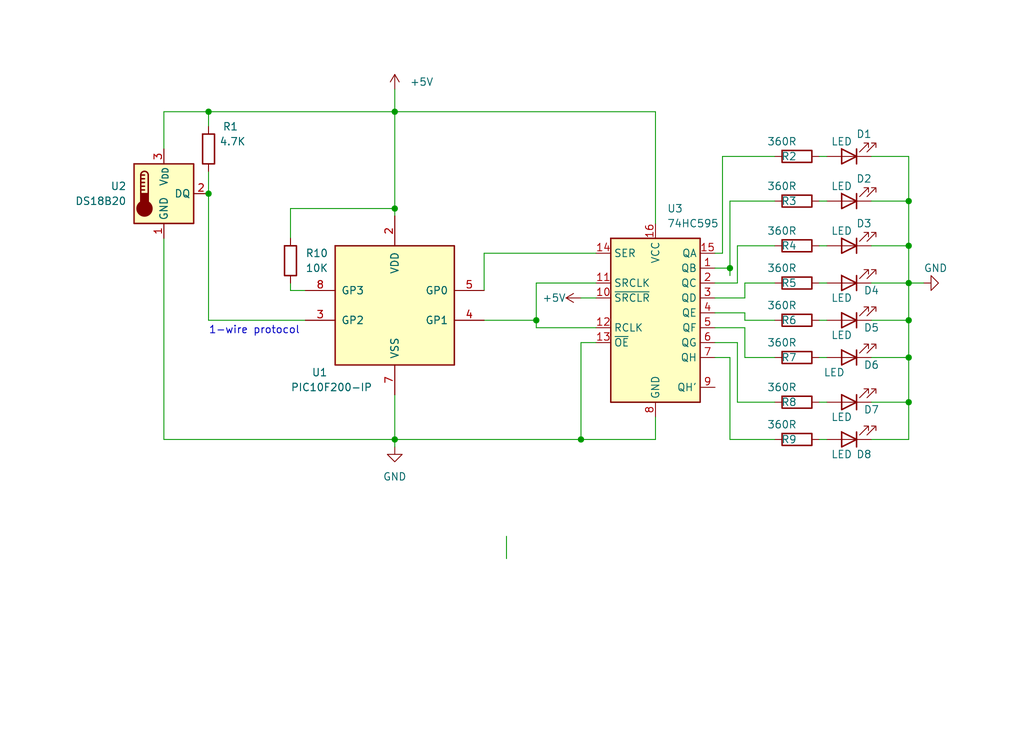
<source format=kicad_sch>
(kicad_sch (version 20230121) (generator eeschema)
  (paper "User" 174.6 127)
  (title_block (title "PIC10F200, DS18B20 and 74HC595 (8 LEDs)") (company "Ricardo Lima Caratti"))
  (lib_symbols
    (symbol "74xx:74HC595"
      (property "Reference" "U" (at -7.62 13.97 0))
      (property "Value" "74HC595" (at -7.62 -16.51 0))
      (symbol "74HC595_1_0"
        (pin tri_state line (at 10.16 7.62 180) (length 2.54) (name "QB") (number "1"))
        (pin input line (at -10.16 2.54 0) (length 2.54) (name "~{SRCLR}") (number "10"))
        (pin input line (at -10.16 5.08 0) (length 2.54) (name "SRCLK") (number "11"))
        (pin input line (at -10.16 -2.54 0) (length 2.54) (name "RCLK") (number "12"))
        (pin input line (at -10.16 -5.08 0) (length 2.54) (name "~{OE}") (number "13"))
        (pin input line (at -10.16 10.16 0) (length 2.54) (name "SER") (number "14"))
        (pin tri_state line (at 10.16 10.16 180) (length 2.54) (name "QA") (number "15"))
        (pin power_in line (at 0 15.24 270) (length 2.54) (name "VCC") (number "16"))
        (pin tri_state line (at 10.16 5.08 180) (length 2.54) (name "QC") (number "2"))
        (pin tri_state line (at 10.16 2.54 180) (length 2.54) (name "QD") (number "3"))
        (pin tri_state line (at 10.16 0 180) (length 2.54) (name "QE") (number "4"))
        (pin tri_state line (at 10.16 -2.54 180) (length 2.54) (name "QF") (number "5"))
        (pin tri_state line (at 10.16 -5.08 180) (length 2.54) (name "QG") (number "6"))
        (pin tri_state line (at 10.16 -7.62 180) (length 2.54) (name "QH") (number "7"))
        (pin power_in line (at 0 -17.78 90) (length 2.54) (name "GND") (number "8"))
        (pin output line (at 10.16 -12.7 180) (length 2.54) (name "QH'") (number "9"))
      )
      (symbol "74HC595_1_1"
        (rectangle (start -7.62 12.7) (end 7.62 -15.24) (stroke (width 0.254)) (fill (type background)))
      )
    )
    (symbol "Device:LED" (pin_numbers hide) (pin_names (offset 1.016) hide)
      (property "Reference" "D" (at 0 2.54 0))
      (property "Value" "LED" (at 0 -2.54 0))
      (symbol "LED_0_1"
        (polyline (pts (xy -1.27 -1.27) (xy -1.27 1.27)) (stroke (width 0.254)))
        (polyline (pts (xy -1.27 0) (xy 1.27 0)))
        (polyline (pts (xy 1.27 -1.27) (xy 1.27 1.27) (xy -1.27 0) (xy 1.27 -1.27)) (stroke (width 0.254)))
        (polyline (pts (xy -3.048 -0.762) (xy -4.572 -2.286) (xy -3.81 -2.286) (xy -4.572 -2.286) (xy -4.572 -1.524)))
        (polyline (pts (xy -1.778 -0.762) (xy -3.302 -2.286) (xy -2.54 -2.286) (xy -3.302 -2.286) (xy -3.302 -1.524)))
      )
      (symbol "LED_1_1"
        (pin passive line (at -3.81 0 0) (length 2.54) (name "K") (number "1"))
        (pin passive line (at 3.81 0 180) (length 2.54) (name "A") (number "2"))
      )
    )
    (symbol "Device:R" (pin_numbers hide) (pin_names (offset 0))
      (property "Reference" "R" (at 2.032 0 90))
      (property "Value" "R" (at 0 0 90))
      (symbol "R_0_1"
        (rectangle (start -1.016 -2.54) (end 1.016 2.54) (stroke (width 0.254)))
      )
      (symbol "R_1_1"
        (pin passive line (at 0 3.81 270) (length 1.27) (name "~") (number "1"))
        (pin passive line (at 0 -3.81 90) (length 1.27) (name "~") (number "2"))
      )
    )
    (symbol "MCU_Microchip_PIC10:PIC10F200-IP" (pin_names (offset 1.016))
      (property "Reference" "U" (at 1.27 13.97 0))
      (property "Value" "PIC10F200-IP" (at 1.27 11.43 0))
      (symbol "PIC10F200-IP_0_1"
        (rectangle (start -10.16 10.16) (end 10.16 -10.16) (stroke (width 0.254)) (fill (type background)))
      )
      (symbol "PIC10F200-IP_1_1"
        (pin power_in line (at 0 15.24 270) (length 5.08) (name "VDD") (number "2"))
        (pin bidirectional line (at 15.24 -2.54 180) (length 5.08) (name "GP2") (number "3"))
        (pin bidirectional line (at -15.24 -2.54 0) (length 5.08) (name "GP1") (number "4"))
        (pin bidirectional line (at -15.24 2.54 0) (length 5.08) (name "GP0") (number "5"))
        (pin power_in line (at 0 -15.24 90) (length 5.08) (name "VSS") (number "7"))
        (pin input line (at 15.24 2.54 180) (length 5.08) (name "GP3") (number "8"))
      )
    )
    (symbol "Sensor_Temperature:DS18B20"
      (property "Reference" "U" (at -3.81 6.35 0))
      (property "Value" "DS18B20" (at 6.35 6.35 0))
      (symbol "DS18B20_0_1"
        (rectangle (start -5.08 5.08) (end 5.08 -5.08) (stroke (width 0.254)) (fill (type background)))
        (circle (center -3.302 -2.54) (radius 1.27) (stroke (width 0.254)) (fill (type outline)))
        (rectangle (start -2.667 -1.905) (end -3.937 0) (stroke (width 0.254)) (fill (type outline)))
        (arc (start -2.667 3.175) (mid -3.302 3.8073) (end -3.937 3.175) (stroke (width 0.254)))
        (polyline (pts (xy -3.937 0.635) (xy -3.302 0.635)) (stroke (width 0.254)))
        (polyline (pts (xy -3.937 1.27) (xy -3.302 1.27)) (stroke (width 0.254)))
        (polyline (pts (xy -3.937 1.905) (xy -3.302 1.905)) (stroke (width 0.254)))
        (polyline (pts (xy -3.937 2.54) (xy -3.302 2.54)) (stroke (width 0.254)))
        (polyline (pts (xy -3.937 3.175) (xy -3.937 0)) (stroke (width 0.254)))
        (polyline (pts (xy -3.937 3.175) (xy -3.302 3.175)) (stroke (width 0.254)))
        (polyline (pts (xy -2.667 3.175) (xy -2.667 0)) (stroke (width 0.254)))
      )
      (symbol "DS18B20_1_1"
        (pin power_in line (at 0 -7.62 90) (length 2.54) (name "GND") (number "1"))
        (pin bidirectional line (at 7.62 0 180) (length 2.54) (name "DQ") (number "2"))
        (pin power_in line (at 0 7.62 270) (length 2.54) (name "V_{DD}") (number "3"))
      )
    )
    (symbol "power:+5V" (power) (pin_names (offset 0))
      (property "Value" "+5V" (at 0 3.556 0))
      (symbol "+5V_0_1"
        (polyline (pts (xy -0.762 1.27) (xy 0 2.54)))
        (polyline (pts (xy 0 0) (xy 0 2.54)))
        (polyline (pts (xy 0 2.54) (xy 0.762 1.27)))
      )
      (symbol "+5V_1_1"
        (pin power_in line (at 0 0 90) (length 0) hide (name "+5V") (number "1"))
      )
    )
    (symbol "power:GND" (power) (pin_names (offset 0))
      (property "Value" "GND" (at 0 -3.81 0))
      (symbol "GND_0_1"
        (polyline (pts (xy 0 0) (xy 0 -1.27) (xy 1.27 -1.27) (xy 0 -2.54) (xy -1.27 -1.27) (xy 0 -1.27)))
      )
      (symbol "GND_1_1"
        (pin power_in line (at 0 0 270) (length 0) hide (name "GND") (number "1"))
      )
    )
  )
  (junction (at 67.31 74.93))
  (junction (at 154.94 60.96))
  (junction (at 154.94 68.58))
  (junction (at 67.31 35.56))
  (junction (at 99.06 74.93))
  (junction (at 67.31 19.05))
  (junction (at 124.46 45.72))
  (junction (at 154.94 54.61))
  (junction (at 91.44 54.61))
  (junction (at 154.94 48.26))
  (junction (at 154.94 34.29))
  (junction (at 154.94 41.91))
  (junction (at 35.56 19.05))
  (junction (at 35.56 33.02))
  (wire (pts (xy 67.31 74.93) (xy 67.31 76.2)))
  (wire (pts (xy 124.46 45.72) (xy 124.46 34.29)))
  (wire (pts (xy 127 55.88) (xy 127 60.96)))
  (wire (pts (xy 86.36 91.44) (xy 86.36 95.25)))
  (wire (pts (xy 148.59 68.58) (xy 154.94 68.58)))
  (wire (pts (xy 82.55 43.18) (xy 101.6 43.18)))
  (wire (pts (xy 101.6 58.42) (xy 99.06 58.42)))
  (wire (pts (xy 121.92 43.18) (xy 123.19 43.18)))
  (wire (pts (xy 148.59 48.26) (xy 154.94 48.26)))
  (wire (pts (xy 27.94 25.4) (xy 27.94 19.05)))
  (wire (pts (xy 127 48.26) (xy 132.08 48.26)))
  (wire (pts (xy 125.73 41.91) (xy 132.08 41.91)))
  (wire (pts (xy 148.59 54.61) (xy 154.94 54.61)))
  (wire (pts (xy 121.92 53.34) (xy 127 53.34)))
  (wire (pts (xy 35.56 54.61) (xy 35.56 33.02)))
  (wire (pts (xy 82.55 49.53) (xy 82.55 43.18)))
  (wire (pts (xy 125.73 68.58) (xy 132.08 68.58)))
  (wire (pts (xy 139.7 68.58) (xy 140.97 68.58)))
  (wire (pts (xy 121.92 60.96) (xy 124.46 60.96)))
  (wire (pts (xy 52.07 49.53) (xy 49.53 49.53)))
  (wire (pts (xy 121.92 58.42) (xy 125.73 58.42)))
  (wire (pts (xy 123.19 43.18) (xy 123.19 26.67)))
  (wire (pts (xy 139.7 48.26) (xy 140.97 48.26)))
  (wire (pts (xy 124.46 45.72) (xy 121.92 45.72)))
  (wire (pts (xy 121.92 48.26) (xy 125.73 48.26)))
  (wire (pts (xy 27.94 74.93) (xy 67.31 74.93)))
  (wire (pts (xy 123.19 26.67) (xy 132.08 26.67)))
  (wire (pts (xy 139.7 60.96) (xy 140.97 60.96)))
  (wire (pts (xy 67.31 36.83) (xy 67.31 35.56)))
  (wire (pts (xy 91.44 55.88) (xy 101.6 55.88)))
  (wire (pts (xy 148.59 26.67) (xy 154.94 26.67)))
  (wire (pts (xy 101.6 48.26) (xy 91.44 48.26)))
  (wire (pts (xy 121.92 50.8) (xy 127 50.8)))
  (wire (pts (xy 127 53.34) (xy 127 54.61)))
  (wire (pts (xy 139.7 74.93) (xy 140.97 74.93)))
  (wire (pts (xy 35.56 21.59) (xy 35.56 19.05)))
  (wire (pts (xy 121.92 55.88) (xy 127 55.88)))
  (wire (pts (xy 154.94 34.29) (xy 154.94 41.91)))
  (wire (pts (xy 35.56 19.05) (xy 67.31 19.05)))
  (wire (pts (xy 111.76 74.93) (xy 99.06 74.93)))
  (wire (pts (xy 125.73 48.26) (xy 125.73 41.91)))
  (wire (pts (xy 111.76 19.05) (xy 67.31 19.05)))
  (wire (pts (xy 49.53 35.56) (xy 67.31 35.56)))
  (wire (pts (xy 124.46 34.29) (xy 132.08 34.29)))
  (wire (pts (xy 154.94 26.67) (xy 154.94 34.29)))
  (wire (pts (xy 148.59 60.96) (xy 154.94 60.96)))
  (wire (pts (xy 139.7 41.91) (xy 140.97 41.91)))
  (wire (pts (xy 154.94 54.61) (xy 154.94 60.96)))
  (wire (pts (xy 111.76 71.12) (xy 111.76 74.93)))
  (wire (pts (xy 99.06 50.8) (xy 101.6 50.8)))
  (wire (pts (xy 124.46 74.93) (xy 132.08 74.93)))
  (wire (pts (xy 49.53 48.26) (xy 49.53 49.53)))
  (wire (pts (xy 99.06 74.93) (xy 67.31 74.93)))
  (wire (pts (xy 111.76 38.1) (xy 111.76 19.05)))
  (wire (pts (xy 124.46 60.96) (xy 124.46 74.93)))
  (wire (pts (xy 27.94 40.64) (xy 27.94 74.93)))
  (wire (pts (xy 125.73 58.42) (xy 125.73 68.58)))
  (wire (pts (xy 67.31 67.31) (xy 67.31 74.93)))
  (wire (pts (xy 154.94 41.91) (xy 154.94 48.26)))
  (wire (pts (xy 127 50.8) (xy 127 48.26)))
  (wire (pts (xy 124.46 46.99) (xy 124.46 45.72)))
  (wire (pts (xy 139.7 26.67) (xy 140.97 26.67)))
  (wire (pts (xy 148.59 34.29) (xy 154.94 34.29)))
  (wire (pts (xy 154.94 60.96) (xy 154.94 68.58)))
  (wire (pts (xy 148.59 74.93) (xy 154.94 74.93)))
  (wire (pts (xy 27.94 19.05) (xy 35.56 19.05)))
  (wire (pts (xy 154.94 68.58) (xy 154.94 74.93)))
  (wire (pts (xy 91.44 48.26) (xy 91.44 54.61)))
  (wire (pts (xy 91.44 54.61) (xy 91.44 55.88)))
  (wire (pts (xy 139.7 54.61) (xy 140.97 54.61)))
  (wire (pts (xy 148.59 41.91) (xy 154.94 41.91)))
  (wire (pts (xy 67.31 19.05) (xy 67.31 35.56)))
  (wire (pts (xy 35.56 29.21) (xy 35.56 33.02)))
  (wire (pts (xy 99.06 58.42) (xy 99.06 74.93)))
  (wire (pts (xy 67.31 15.24) (xy 67.31 19.05)))
  (wire (pts (xy 52.07 54.61) (xy 35.56 54.61)))
  (wire (pts (xy 127 54.61) (xy 132.08 54.61)))
  (wire (pts (xy 49.53 35.56) (xy 49.53 40.64)))
  (wire (pts (xy 154.94 48.26) (xy 154.94 54.61)))
  (wire (pts (xy 157.48 48.26) (xy 154.94 48.26)))
  (wire (pts (xy 139.7 34.29) (xy 140.97 34.29)))
  (wire (pts (xy 82.55 54.61) (xy 91.44 54.61)))
  (wire (pts (xy 127 60.96) (xy 132.08 60.96)))
  (text "1-wire protocol" (at 35.56 57.15 0) (effects (font (size 1.27 1.27)) (justify left bottom)))
  (symbol (lib_id "Device:LED") (at 144.78 54.61 180) (unit 1)
    (property "Reference" "D5" (at 148.59 55.88 0))
    (property "Value" "LED" (at 143.51 57.15 0))
  )
  (symbol (lib_id "Device:LED") (at 144.78 48.26 180) (unit 1)
    (property "Reference" "D4" (at 148.59 49.53 0))
    (property "Value" "LED" (at 143.51 50.8 0))
  )
  (symbol (lib_id "Device:R") (at 49.53 44.45 180) (unit 1)
    (property "Reference" "R10" (at 52.07 43.18 0) (effects (justify right)))
    (property "Value" "10K" (at 52.07 45.72 0) (effects (justify right)))
  )
  (symbol (lib_id "Device:LED") (at 144.78 26.67 180) (unit 1)
    (property "Reference" "D1" (at 147.32 22.86 0))
    (property "Value" "LED" (at 143.51 24.13 0))
  )
  (symbol (lib_id "Device:R") (at 135.89 68.58 270) (mirror x) (unit 1)
    (property "Reference" "R8" (at 135.89 68.58 90) (effects (justify right)))
    (property "Value" "360R" (at 135.89 66.04 90) (effects (justify right)))
  )
  (symbol (lib_id "Device:LED") (at 144.78 34.29 180) (unit 1)
    (property "Reference" "D2" (at 147.32 30.48 0))
    (property "Value" "LED" (at 143.51 31.75 0))
  )
  (symbol (lib_id "Device:R") (at 135.89 54.61 270) (mirror x) (unit 1)
    (property "Reference" "R6" (at 135.89 54.61 90) (effects (justify right)))
    (property "Value" "360R" (at 135.89 52.07 90) (effects (justify right)))
  )
  (symbol (lib_id "Device:LED") (at 144.78 68.58 180) (unit 1)
    (property "Reference" "D7" (at 148.59 69.85 0))
    (property "Value" "LED" (at 143.51 71.12 0))
  )
  (symbol (lib_id "Device:LED") (at 144.78 74.93 180) (unit 1)
    (property "Reference" "D8" (at 147.32 77.47 0))
    (property "Value" "LED" (at 143.51 77.47 0))
  )
  (symbol (lib_id "Device:R") (at 135.89 41.91 270) (mirror x) (unit 1)
    (property "Reference" "R4" (at 135.89 41.91 90) (effects (justify right)))
    (property "Value" "360R" (at 135.89 39.37 90) (effects (justify right)))
  )
  (symbol (lib_id "74xx:74HC595") (at 111.76 53.34 0) (unit 1)
    (property "Reference" "U3" (at 113.7159 35.56 0) (effects (justify left)))
    (property "Value" "74HC595" (at 113.7159 38.1 0) (effects (justify left)))
    (property "Datasheet" "http://www.ti.com/lit/ds/symlink/sn74hc595.pdf" (effects hide))
  )
  (symbol (lib_id "power:+5V") (at 99.06 50.8 90) (unit 1)
    (property "Reference" "#PWR01" (effects hide))
    (property "Value" "+5V" (at 96.52 50.8 90) (effects (justify left)))
  )
  (symbol (lib_id "Device:R") (at 135.89 34.29 270) (mirror x) (unit 1)
    (property "Reference" "R3" (at 135.89 34.29 90) (effects (justify right)))
    (property "Value" "360R" (at 135.89 31.75 90) (effects (justify right)))
  )
  (symbol (lib_id "Device:R") (at 135.89 60.96 270) (mirror x) (unit 1)
    (property "Reference" "R7" (at 135.89 60.96 90) (effects (justify right)))
    (property "Value" "360R" (at 135.89 58.42 90) (effects (justify right)))
  )
  (symbol (lib_id "MCU_Microchip_PIC10:PIC10F200-IP") (at 67.31 52.07 0) (mirror y) (unit 1)
    (property "Reference" "U1" (at 55.88 63.5 0) (effects (justify left)))
    (property "Value" "PIC10F200-IP" (at 63.5 66.04 0) (effects (justify left)))
    (property "Footprint" "Package_DIP:DIP-8_W7.62mm" (effects hide))
    (property "Datasheet" "http://ww1.microchip.com/downloads/en/DeviceDoc/41239D.pdf" (effects hide))
  )
  (symbol (lib_id "power:+5V") (at 67.31 15.24 0) (unit 1)
    (property "Reference" "#PWR05" (effects hide))
    (property "Value" "+5V" (at 69.85 13.97 0) (effects (justify left)))
  )
  (symbol (lib_id "Device:R") (at 35.56 25.4 0) (mirror x) (unit 1)
    (property "Reference" "R1" (at 40.64 21.59 0) (effects (justify right)))
    (property "Value" "4.7K" (at 41.91 24.13 0) (effects (justify right)))
  )
  (symbol (lib_id "Device:LED") (at 144.78 60.96 180) (unit 1)
    (property "Reference" "D6" (at 148.59 62.23 0))
    (property "Value" "LED" (at 142.24 63.5 0))
  )
  (symbol (lib_id "Sensor_Temperature:DS18B20") (at 27.94 33.02 0) (unit 1)
    (property "Reference" "U2" (at 21.59 31.75 0) (effects (justify right)))
    (property "Value" "DS18B20" (at 21.59 34.29 0) (effects (justify right)))
    (property "Footprint" "Package_TO_SOT_THT:TO-92_Inline" (effects hide))
    (property "Datasheet" "http://datasheets.maximintegrated.com/en/ds/DS18B20.pdf" (effects hide))
  )
  (symbol (lib_id "Device:R") (at 135.89 48.26 270) (mirror x) (unit 1)
    (property "Reference" "R5" (at 135.89 48.26 90) (effects (justify right)))
    (property "Value" "360R" (at 135.89 45.72 90) (effects (justify right)))
  )
  (symbol (lib_id "power:GND") (at 67.31 76.2 0) (unit 1)
    (property "Reference" "#PWR02" (effects hide))
    (property "Value" "GND" (at 67.31 81.28 0))
  )
  (symbol (lib_id "Device:R") (at 135.89 74.93 270) (mirror x) (unit 1)
    (property "Reference" "R9" (at 135.89 74.93 90) (effects (justify right)))
    (property "Value" "360R" (at 135.89 72.39 90) (effects (justify right)))
  )
  (symbol (lib_id "power:GND") (at 157.48 48.26 90) (unit 1)
    (property "Reference" "#PWR03" (effects hide))
    (property "Value" "GND" (at 157.48 45.72 90) (effects (justify right)))
  )
  (symbol (lib_id "Device:R") (at 135.89 26.67 270) (mirror x) (unit 1)
    (property "Reference" "R2" (at 135.89 26.67 90) (effects (justify right)))
    (property "Value" "360R" (at 135.89 24.13 90) (effects (justify right)))
  )
  (symbol (lib_id "Device:LED") (at 144.78 41.91 180) (unit 1)
    (property "Reference" "D3" (at 147.32 38.1 0))
    (property "Value" "LED" (at 143.51 39.37 0))
  )
)
</source>
